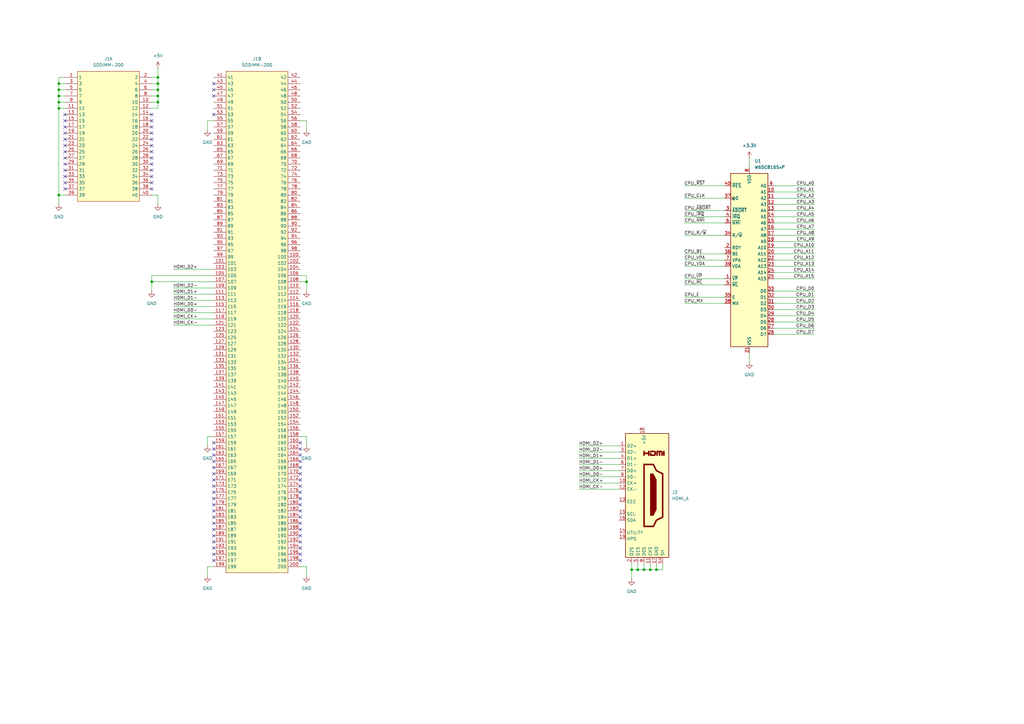
<source format=kicad_sch>
(kicad_sch (version 20250114) (generator "eeschema") (generator_version "9.0")
  (paper "A3")
  (lib_symbols
    (symbol "Connector:HDMI_A"
      (property "Reference" "J" (at -6.35 26.67 0))
      (property "Value" "HDMI_A" (at 10.16 26.67 0))
      (symbol "HDMI_A_0_0"
        (polyline (pts (xy 0 16.51) (xy 0 18.034) (xy 0 17.272) (xy 1.905 17.272) (xy 1.905 18.034) (xy 1.905 16.51)) (stroke (width 0.635)))
        (polyline (pts (xy 2.667 18.034) (xy 4.318 18.034) (xy 4.572 17.78) (xy 4.572 16.764) (xy 4.318 16.51) (xy 2.667 16.51) (xy 2.667 17.272)) (stroke (width 0.635)))
        (polyline (pts (xy 8.128 16.51) (xy 8.128 18.034)) (stroke (width 0.635)))
      )
      (symbol "HDMI_A_0_1"
        (rectangle (start -7.62 25.4) (end 10.16 -25.4) (stroke (width 0.254)) (fill (type background)))
        (polyline (pts (xy 0 12.7) (xy 0 -12.7) (xy 3.81 -12.7) (xy 5.08 -10.16) (xy 7.62 -8.89) (xy 7.62 8.89) (xy 5.08 10.16) (xy 3.81 12.7) (xy 0 12.7)) (stroke (width 0.635)))
        (polyline (pts (xy 2.54 8.89) (xy 3.81 8.89) (xy 5.08 6.35) (xy 5.08 -5.715) (xy 3.81 -8.255) (xy 2.54 -8.255) (xy 2.54 8.89)) (fill (type outline)))
        (polyline (pts (xy 5.334 16.51) (xy 5.334 18.034) (xy 6.35 18.034) (xy 6.35 16.51) (xy 6.35 18.034) (xy 7.112 18.034) (xy 7.366 17.78) (xy 7.366 16.51)) (stroke (width 0.635)))
      )
      (symbol "HDMI_A_1_1"
        (pin passive line (at -10.16 20.32 0) (length 2.54) (name "D2+") (number "1"))
        (pin passive line (at -10.16 17.78 0) (length 2.54) (name "D2-") (number "3"))
        (pin passive line (at -10.16 15.24 0) (length 2.54) (name "D1+") (number "4"))
        (pin passive line (at -10.16 12.7 0) (length 2.54) (name "D1-") (number "6"))
        (pin passive line (at -10.16 10.16 0) (length 2.54) (name "D0+") (number "7"))
        (pin passive line (at -10.16 7.62 0) (length 2.54) (name "D0-") (number "9"))
        (pin passive line (at -10.16 5.08 0) (length 2.54) (name "CK+") (number "10"))
        (pin passive line (at -10.16 2.54 0) (length 2.54) (name "CK-") (number "12"))
        (pin bidirectional line (at -10.16 -2.54 0) (length 2.54) (name "CEC") (number "13"))
        (pin passive line (at -10.16 -7.62 0) (length 2.54) (name "SCL") (number "15"))
        (pin bidirectional line (at -10.16 -10.16 0) (length 2.54) (name "SDA") (number "16"))
        (pin passive line (at -10.16 -15.24 0) (length 2.54) (name "UTILITY") (number "14"))
        (pin passive line (at -10.16 -17.78 0) (length 2.54) (name "HPD") (number "19"))
        (pin power_in line (at -5.08 -27.94 90) (length 2.54) (name "D2S") (number "2"))
        (pin power_in line (at -2.54 -27.94 90) (length 2.54) (name "D1S") (number "5"))
        (pin power_in line (at 0 27.94 270) (length 2.54) (name "+5V") (number "18"))
        (pin power_in line (at 0 -27.94 90) (length 2.54) (name "D0S") (number "8"))
        (pin power_in line (at 2.54 -27.94 90) (length 2.54) (name "CKS") (number "11"))
        (pin power_in line (at 5.08 -27.94 90) (length 2.54) (name "GND") (number "17"))
        (pin passive line (at 7.62 -27.94 90) (length 2.54) (name "SH") (number "SH"))
      )
    )
    (symbol "Connector:SODIMM-200"
      (property "Reference" "J" (at 0 1.27 0))
      (property "Value" "SODIMM-200" (at 0 -1.27 0))
      (symbol "SODIMM-200_1_1"
        (rectangle (start -12.7 25.4) (end 12.7 -27.94) (fill (type background)))
        (pin passive line (at -17.78 22.86 0) (length 5.08) (name "1") (number "1"))
        (pin passive line (at -17.78 20.32 0) (length 5.08) (name "3") (number "3"))
        (pin passive line (at -17.78 17.78 0) (length 5.08) (name "5") (number "5"))
        (pin passive line (at -17.78 15.24 0) (length 5.08) (name "7") (number "7"))
        (pin passive line (at -17.78 12.7 0) (length 5.08) (name "9") (number "9"))
        (pin passive line (at -17.78 10.16 0) (length 5.08) (name "11") (number "11"))
        (pin passive line (at -17.78 7.62 0) (length 5.08) (name "13") (number "13"))
        (pin passive line (at -17.78 5.08 0) (length 5.08) (name "15") (number "15"))
        (pin passive line (at -17.78 2.54 0) (length 5.08) (name "17") (number "17"))
        (pin passive line (at -17.78 0 0) (length 5.08) (name "19") (number "19"))
        (pin passive line (at -17.78 -2.54 0) (length 5.08) (name "21") (number "21"))
        (pin passive line (at -17.78 -5.08 0) (length 5.08) (name "23") (number "23"))
        (pin passive line (at -17.78 -7.62 0) (length 5.08) (name "25") (number "25"))
        (pin passive line (at -17.78 -10.16 0) (length 5.08) (name "27") (number "27"))
        (pin passive line (at -17.78 -12.7 0) (length 5.08) (name "29") (number "29"))
        (pin passive line (at -17.78 -15.24 0) (length 5.08) (name "31") (number "31"))
        (pin passive line (at -17.78 -17.78 0) (length 5.08) (name "33") (number "33"))
        (pin passive line (at -17.78 -20.32 0) (length 5.08) (name "35") (number "35"))
        (pin passive line (at -17.78 -22.86 0) (length 5.08) (name "37") (number "37"))
        (pin passive line (at -17.78 -25.4 0) (length 5.08) (name "39") (number "39"))
        (pin passive line (at 17.78 22.86 180) (length 5.08) (name "2") (number "2"))
        (pin passive line (at 17.78 20.32 180) (length 5.08) (name "4") (number "4"))
        (pin passive line (at 17.78 17.78 180) (length 5.08) (name "6") (number "6"))
        (pin passive line (at 17.78 15.24 180) (length 5.08) (name "8") (number "8"))
        (pin passive line (at 17.78 12.7 180) (length 5.08) (name "10") (number "10"))
        (pin passive line (at 17.78 10.16 180) (length 5.08) (name "12") (number "12"))
        (pin passive line (at 17.78 7.62 180) (length 5.08) (name "14") (number "14"))
        (pin passive line (at 17.78 5.08 180) (length 5.08) (name "16") (number "16"))
        (pin passive line (at 17.78 2.54 180) (length 5.08) (name "18") (number "18"))
        (pin passive line (at 17.78 0 180) (length 5.08) (name "20") (number "20"))
        (pin passive line (at 17.78 -2.54 180) (length 5.08) (name "22") (number "22"))
        (pin passive line (at 17.78 -5.08 180) (length 5.08) (name "24") (number "24"))
        (pin passive line (at 17.78 -7.62 180) (length 5.08) (name "26") (number "26"))
        (pin passive line (at 17.78 -10.16 180) (length 5.08) (name "28") (number "28"))
        (pin passive line (at 17.78 -12.7 180) (length 5.08) (name "30") (number "30"))
        (pin passive line (at 17.78 -15.24 180) (length 5.08) (name "32") (number "32"))
        (pin passive line (at 17.78 -17.78 180) (length 5.08) (name "34") (number "34"))
        (pin passive line (at 17.78 -20.32 180) (length 5.08) (name "36") (number "36"))
        (pin passive line (at 17.78 -22.86 180) (length 5.08) (name "38") (number "38"))
        (pin passive line (at 17.78 -25.4 180) (length 5.08) (name "40") (number "40"))
      )
      (symbol "SODIMM-200_2_1"
        (rectangle (start -12.7 -104.14) (end 12.7 101.6) (fill (type background)))
        (pin passive line (at -17.78 99.06 0) (length 5.08) (name "41") (number "41"))
        (pin passive line (at -17.78 96.52 0) (length 5.08) (name "43") (number "43"))
        (pin passive line (at -17.78 93.98 0) (length 5.08) (name "45") (number "45"))
        (pin passive line (at -17.78 91.44 0) (length 5.08) (name "47") (number "47"))
        (pin passive line (at -17.78 88.9 0) (length 5.08) (name "49") (number "49"))
        (pin passive line (at -17.78 86.36 0) (length 5.08) (name "51") (number "51"))
        (pin passive line (at -17.78 83.82 0) (length 5.08) (name "53") (number "53"))
        (pin passive line (at -17.78 81.28 0) (length 5.08) (name "55") (number "55"))
        (pin passive line (at -17.78 78.74 0) (length 5.08) (name "57") (number "57"))
        (pin passive line (at -17.78 76.2 0) (length 5.08) (name "59") (number "59"))
        (pin passive line (at -17.78 73.66 0) (length 5.08) (name "61") (number "61"))
        (pin passive line (at -17.78 71.12 0) (length 5.08) (name "63") (number "63"))
        (pin passive line (at -17.78 68.58 0) (length 5.08) (name "65") (number "65"))
        (pin passive line (at -17.78 66.04 0) (length 5.08) (name "67") (number "67"))
        (pin passive line (at -17.78 63.5 0) (length 5.08) (name "69") (number "69"))
        (pin passive line (at -17.78 60.96 0) (length 5.08) (name "71") (number "71"))
        (pin passive line (at -17.78 58.42 0) (length 5.08) (name "73") (number "73"))
        (pin passive line (at -17.78 55.88 0) (length 5.08) (name "75") (number "75"))
        (pin passive line (at -17.78 53.34 0) (length 5.08) (name "77") (number "77"))
        (pin passive line (at -17.78 50.8 0) (length 5.08) (name "79") (number "79"))
        (pin passive line (at -17.78 48.26 0) (length 5.08) (name "81") (number "81"))
        (pin passive line (at -17.78 45.72 0) (length 5.08) (name "83") (number "83"))
        (pin passive line (at -17.78 43.18 0) (length 5.08) (name "85") (number "85"))
        (pin passive line (at -17.78 40.64 0) (length 5.08) (name "87") (number "87"))
        (pin passive line (at -17.78 38.1 0) (length 5.08) (name "89") (number "89"))
        (pin passive line (at -17.78 35.56 0) (length 5.08) (name "91") (number "91"))
        (pin passive line (at -17.78 33.02 0) (length 5.08) (name "93") (number "93"))
        (pin passive line (at -17.78 30.48 0) (length 5.08) (name "95") (number "95"))
        (pin passive line (at -17.78 27.94 0) (length 5.08) (name "97") (number "97"))
        (pin passive line (at -17.78 25.4 0) (length 5.08) (name "99") (number "99"))
        (pin passive line (at -17.78 22.86 0) (length 5.08) (name "101") (number "101"))
        (pin passive line (at -17.78 20.32 0) (length 5.08) (name "103") (number "103"))
        (pin passive line (at -17.78 17.78 0) (length 5.08) (name "105") (number "105"))
        (pin passive line (at -17.78 15.24 0) (length 5.08) (name "107") (number "107"))
        (pin passive line (at -17.78 12.7 0) (length 5.08) (name "109") (number "109"))
        (pin passive line (at -17.78 10.16 0) (length 5.08) (name "111") (number "111"))
        (pin passive line (at -17.78 7.62 0) (length 5.08) (name "113") (number "113"))
        (pin passive line (at -17.78 5.08 0) (length 5.08) (name "115") (number "115"))
        (pin passive line (at -17.78 2.54 0) (length 5.08) (name "117") (number "117"))
        (pin passive line (at -17.78 0 0) (length 5.08) (name "119") (number "119"))
        (pin passive line (at -17.78 -2.54 0) (length 5.08) (name "121") (number "121"))
        (pin passive line (at -17.78 -5.08 0) (length 5.08) (name "123") (number "123"))
        (pin passive line (at -17.78 -7.62 0) (length 5.08) (name "125") (number "125"))
        (pin passive line (at -17.78 -10.16 0) (length 5.08) (name "127") (number "127"))
        (pin passive line (at -17.78 -12.7 0) (length 5.08) (name "129") (number "129"))
        (pin passive line (at -17.78 -15.24 0) (length 5.08) (name "131") (number "131"))
        (pin passive line (at -17.78 -17.78 0) (length 5.08) (name "133") (number "133"))
        (pin passive line (at -17.78 -20.32 0) (length 5.08) (name "135") (number "135"))
        (pin passive line (at -17.78 -22.86 0) (length 5.08) (name "137") (number "137"))
        (pin passive line (at -17.78 -25.4 0) (length 5.08) (name "139") (number "139"))
        (pin passive line (at -17.78 -27.94 0) (length 5.08) (name "141") (number "141"))
        (pin passive line (at -17.78 -30.48 0) (length 5.08) (name "143") (number "143"))
        (pin passive line (at -17.78 -33.02 0) (length 5.08) (name "145") (number "145"))
        (pin passive line (at -17.78 -35.56 0) (length 5.08) (name "147") (number "147"))
        (pin passive line (at -17.78 -38.1 0) (length 5.08) (name "149") (number "149"))
        (pin passive line (at -17.78 -40.64 0) (length 5.08) (name "151") (number "151"))
        (pin passive line (at -17.78 -43.18 0) (length 5.08) (name "153") (number "153"))
        (pin passive line (at -17.78 -45.72 0) (length 5.08) (name "155") (number "155"))
        (pin passive line (at -17.78 -48.26 0) (length 5.08) (name "157") (number "157"))
        (pin passive line (at -17.78 -50.8 0) (length 5.08) (name "159") (number "159"))
        (pin passive line (at -17.78 -53.34 0) (length 5.08) (name "161") (number "161"))
        (pin passive line (at -17.78 -55.88 0) (length 5.08) (name "163") (number "163"))
        (pin passive line (at -17.78 -58.42 0) (length 5.08) (name "165") (number "165"))
        (pin passive line (at -17.78 -60.96 0) (length 5.08) (name "167") (number "167"))
        (pin passive line (at -17.78 -63.5 0) (length 5.08) (name "169") (number "169"))
        (pin passive line (at -17.78 -66.04 0) (length 5.08) (name "171") (number "171"))
        (pin passive line (at -17.78 -68.58 0) (length 5.08) (name "173") (number "173"))
        (pin passive line (at -17.78 -71.12 0) (length 5.08) (name "175") (number "175"))
        (pin passive line (at -17.78 -73.66 0) (length 5.08) (name "177") (number "177"))
        (pin passive line (at -17.78 -76.2 0) (length 5.08) (name "179") (number "179"))
        (pin passive line (at -17.78 -78.74 0) (length 5.08) (name "181") (number "181"))
        (pin passive line (at -17.78 -81.28 0) (length 5.08) (name "183") (number "183"))
        (pin passive line (at -17.78 -83.82 0) (length 5.08) (name "185") (number "185"))
        (pin passive line (at -17.78 -86.36 0) (length 5.08) (name "187") (number "187"))
        (pin passive line (at -17.78 -88.9 0) (length 5.08) (name "189") (number "189"))
        (pin passive line (at -17.78 -91.44 0) (length 5.08) (name "191") (number "191"))
        (pin passive line (at -17.78 -93.98 0) (length 5.08) (name "193") (number "193"))
        (pin passive line (at -17.78 -96.52 0) (length 5.08) (name "195") (number "195"))
        (pin passive line (at -17.78 -99.06 0) (length 5.08) (name "197") (number "197"))
        (pin passive line (at -17.78 -101.6 0) (length 5.08) (name "199") (number "199"))
        (pin passive line (at 17.78 99.06 180) (length 5.08) (name "42") (number "42"))
        (pin passive line (at 17.78 96.52 180) (length 5.08) (name "44") (number "44"))
        (pin passive line (at 17.78 93.98 180) (length 5.08) (name "46") (number "46"))
        (pin passive line (at 17.78 91.44 180) (length 5.08) (name "48") (number "48"))
        (pin passive line (at 17.78 88.9 180) (length 5.08) (name "50") (number "50"))
        (pin passive line (at 17.78 86.36 180) (length 5.08) (name "52") (number "52"))
        (pin passive line (at 17.78 83.82 180) (length 5.08) (name "54") (number "54"))
        (pin passive line (at 17.78 81.28 180) (length 5.08) (name "56") (number "56"))
        (pin passive line (at 17.78 78.74 180) (length 5.08) (name "58") (number "58"))
        (pin passive line (at 17.78 76.2 180) (length 5.08) (name "60") (number "60"))
        (pin passive line (at 17.78 73.66 180) (length 5.08) (name "62") (number "62"))
        (pin passive line (at 17.78 71.12 180) (length 5.08) (name "64") (number "64"))
        (pin passive line (at 17.78 68.58 180) (length 5.08) (name "66") (number "66"))
        (pin passive line (at 17.78 66.04 180) (length 5.08) (name "68") (number "68"))
        (pin passive line (at 17.78 63.5 180) (length 5.08) (name "70") (number "70"))
        (pin passive line (at 17.78 60.96 180) (length 5.08) (name "72") (number "72"))
        (pin passive line (at 17.78 58.42 180) (length 5.08) (name "74") (number "74"))
        (pin passive line (at 17.78 55.88 180) (length 5.08) (name "76") (number "76"))
        (pin passive line (at 17.78 53.34 180) (length 5.08) (name "78") (number "78"))
        (pin passive line (at 17.78 50.8 180) (length 5.08) (name "80") (number "80"))
        (pin passive line (at 17.78 48.26 180) (length 5.08) (name "82") (number "82"))
        (pin passive line (at 17.78 45.72 180) (length 5.08) (name "84") (number "84"))
        (pin passive line (at 17.78 43.18 180) (length 5.08) (name "86") (number "86"))
        (pin passive line (at 17.78 40.64 180) (length 5.08) (name "88") (number "88"))
        (pin passive line (at 17.78 38.1 180) (length 5.08) (name "90") (number "90"))
        (pin passive line (at 17.78 35.56 180) (length 5.08) (name "92") (number "92"))
        (pin passive line (at 17.78 33.02 180) (length 5.08) (name "94") (number "94"))
        (pin passive line (at 17.78 30.48 180) (length 5.08) (name "96") (number "96"))
        (pin passive line (at 17.78 27.94 180) (length 5.08) (name "98") (number "98"))
        (pin passive line (at 17.78 25.4 180) (length 5.08) (name "100") (number "100"))
        (pin passive line (at 17.78 22.86 180) (length 5.08) (name "102") (number "102"))
        (pin passive line (at 17.78 20.32 180) (length 5.08) (name "104") (number "104"))
        (pin passive line (at 17.78 17.78 180) (length 5.08) (name "106") (number "106"))
        (pin passive line (at 17.78 15.24 180) (length 5.08) (name "108") (number "108"))
        (pin passive line (at 17.78 12.7 180) (length 5.08) (name "110") (number "110"))
        (pin passive line (at 17.78 10.16 180) (length 5.08) (name "112") (number "112"))
        (pin passive line (at 17.78 7.62 180) (length 5.08) (name "114") (number "114"))
        (pin passive line (at 17.78 5.08 180) (length 5.08) (name "116") (number "116"))
        (pin passive line (at 17.78 2.54 180) (length 5.08) (name "118") (number "118"))
        (pin passive line (at 17.78 0 180) (length 5.08) (name "120") (number "120"))
        (pin passive line (at 17.78 -2.54 180) (length 5.08) (name "122") (number "122"))
        (pin passive line (at 17.78 -5.08 180) (length 5.08) (name "124") (number "124"))
        (pin passive line (at 17.78 -7.62 180) (length 5.08) (name "126") (number "126"))
        (pin passive line (at 17.78 -10.16 180) (length 5.08) (name "128") (number "128"))
        (pin passive line (at 17.78 -12.7 180) (length 5.08) (name "130") (number "130"))
        (pin passive line (at 17.78 -15.24 180) (length 5.08) (name "132") (number "132"))
        (pin passive line (at 17.78 -17.78 180) (length 5.08) (name "134") (number "134"))
        (pin passive line (at 17.78 -20.32 180) (length 5.08) (name "136") (number "136"))
        (pin passive line (at 17.78 -22.86 180) (length 5.08) (name "138") (number "138"))
        (pin passive line (at 17.78 -25.4 180) (length 5.08) (name "140") (number "140"))
        (pin passive line (at 17.78 -27.94 180) (length 5.08) (name "142") (number "142"))
        (pin passive line (at 17.78 -30.48 180) (length 5.08) (name "144") (number "144"))
        (pin passive line (at 17.78 -33.02 180) (length 5.08) (name "146") (number "146"))
        (pin passive line (at 17.78 -35.56 180) (length 5.08) (name "148") (number "148"))
        (pin passive line (at 17.78 -38.1 180) (length 5.08) (name "150") (number "150"))
        (pin passive line (at 17.78 -40.64 180) (length 5.08) (name "152") (number "152"))
        (pin passive line (at 17.78 -43.18 180) (length 5.08) (name "154") (number "154"))
        (pin passive line (at 17.78 -45.72 180) (length 5.08) (name "156") (number "156"))
        (pin passive line (at 17.78 -48.26 180) (length 5.08) (name "158") (number "158"))
        (pin passive line (at 17.78 -50.8 180) (length 5.08) (name "160") (number "160"))
        (pin passive line (at 17.78 -53.34 180) (length 5.08) (name "162") (number "162"))
        (pin passive line (at 17.78 -55.88 180) (length 5.08) (name "164") (number "164"))
        (pin passive line (at 17.78 -58.42 180) (length 5.08) (name "166") (number "166"))
        (pin passive line (at 17.78 -60.96 180) (length 5.08) (name "168") (number "168"))
        (pin passive line (at 17.78 -63.5 180) (length 5.08) (name "170") (number "170"))
        (pin passive line (at 17.78 -66.04 180) (length 5.08) (name "172") (number "172"))
        (pin passive line (at 17.78 -68.58 180) (length 5.08) (name "174") (number "174"))
        (pin passive line (at 17.78 -71.12 180) (length 5.08) (name "176") (number "176"))
        (pin passive line (at 17.78 -73.66 180) (length 5.08) (name "178") (number "178"))
        (pin passive line (at 17.78 -76.2 180) (length 5.08) (name "180") (number "180"))
        (pin passive line (at 17.78 -78.74 180) (length 5.08) (name "182") (number "182"))
        (pin passive line (at 17.78 -81.28 180) (length 5.08) (name "184") (number "184"))
        (pin passive line (at 17.78 -83.82 180) (length 5.08) (name "186") (number "186"))
        (pin passive line (at 17.78 -86.36 180) (length 5.08) (name "188") (number "188"))
        (pin passive line (at 17.78 -88.9 180) (length 5.08) (name "190") (number "190"))
        (pin passive line (at 17.78 -91.44 180) (length 5.08) (name "192") (number "192"))
        (pin passive line (at 17.78 -93.98 180) (length 5.08) (name "194") (number "194"))
        (pin passive line (at 17.78 -96.52 180) (length 5.08) (name "196") (number "196"))
        (pin passive line (at 17.78 -99.06 180) (length 5.08) (name "198") (number "198"))
        (pin passive line (at 17.78 -101.6 180) (length 5.08) (name "200") (number "200"))
      )
    )
    (symbol "PCM_65xx-library:W65C816SxP"
      (property "Reference" "U" (at 2.54 40.64 0))
      (property "Value" "W65C816SxP" (at 2.54 38.1 0))
      (symbol "W65C816SxP_0_1"
        (rectangle (start -7.62 35.56) (end 7.62 -35.56) (stroke (width 0.254)) (fill (type background)))
      )
      (symbol "W65C816SxP_1_1"
        (pin input line (at -10.16 30.48 0) (length 2.54) (name "~{RES}") (number "40"))
        (pin input clock (at -10.16 25.4 0) (length 2.54) (name "ϕ0") (number "37"))
        (pin input line (at -10.16 20.32 0) (length 2.54) (name "~{ABORT}") (number "3"))
        (pin input line (at -10.16 17.78 0) (length 2.54) (name "~{IRQ}") (number "4"))
        (pin input line (at -10.16 15.24 0) (length 2.54) (name "~{NMI}") (number "6"))
        (pin tri_state line (at -10.16 10.16 0) (length 2.54) (name "R/~{W}") (number "34"))
        (pin open_collector line (at -10.16 5.08 0) (length 2.54) (name "RDY") (number "2"))
        (pin input line (at -10.16 2.54 0) (length 2.54) (name "BE") (number "36"))
        (pin output line (at -10.16 0 0) (length 2.54) (name "VPA") (number "7"))
        (pin output line (at -10.16 -2.54 0) (length 2.54) (name "VDA") (number "39"))
        (pin output line (at -10.16 -7.62 0) (length 2.54) (name "~{VP}") (number "1"))
        (pin output line (at -10.16 -10.16 0) (length 2.54) (name "~{ML}") (number "5"))
        (pin output line (at -10.16 -15.24 0) (length 2.54) (name "E") (number "35"))
        (pin output line (at -10.16 -17.78 0) (length 2.54) (name "MX") (number "38"))
        (pin power_in line (at 0 38.1 270) (length 2.54) (name "VDD") (number "8"))
        (pin power_in line (at 0 -38.1 90) (length 2.54) (name "VSS") (number "21"))
        (pin tri_state line (at 10.16 30.48 180) (length 2.54) (name "A0") (number "9"))
        (pin tri_state line (at 10.16 27.94 180) (length 2.54) (name "A1") (number "10"))
        (pin tri_state line (at 10.16 25.4 180) (length 2.54) (name "A2") (number "11"))
        (pin tri_state line (at 10.16 22.86 180) (length 2.54) (name "A3") (number "12"))
        (pin tri_state line (at 10.16 20.32 180) (length 2.54) (name "A4") (number "13"))
        (pin tri_state line (at 10.16 17.78 180) (length 2.54) (name "A5") (number "14"))
        (pin tri_state line (at 10.16 15.24 180) (length 2.54) (name "A6") (number "15"))
        (pin tri_state line (at 10.16 12.7 180) (length 2.54) (name "A7") (number "16"))
        (pin tri_state line (at 10.16 10.16 180) (length 2.54) (name "A8") (number "17"))
        (pin tri_state line (at 10.16 7.62 180) (length 2.54) (name "A9") (number "18"))
        (pin tri_state line (at 10.16 5.08 180) (length 2.54) (name "A10") (number "19"))
        (pin tri_state line (at 10.16 2.54 180) (length 2.54) (name "A11") (number "20"))
        (pin tri_state line (at 10.16 0 180) (length 2.54) (name "A12") (number "22"))
        (pin tri_state line (at 10.16 -2.54 180) (length 2.54) (name "A13") (number "23"))
        (pin tri_state line (at 10.16 -5.08 180) (length 2.54) (name "A14") (number "24"))
        (pin tri_state line (at 10.16 -7.62 180) (length 2.54) (name "A15") (number "25"))
        (pin bidirectional line (at 10.16 -12.7 180) (length 2.54) (name "D0") (number "33"))
        (pin bidirectional line (at 10.16 -15.24 180) (length 2.54) (name "D1") (number "32"))
        (pin bidirectional line (at 10.16 -17.78 180) (length 2.54) (name "D2") (number "31"))
        (pin bidirectional line (at 10.16 -20.32 180) (length 2.54) (name "D3") (number "30"))
        (pin bidirectional line (at 10.16 -22.86 180) (length 2.54) (name "D4") (number "29"))
        (pin bidirectional line (at 10.16 -25.4 180) (length 2.54) (name "D5") (number "28"))
        (pin bidirectional line (at 10.16 -27.94 180) (length 2.54) (name "D6") (number "27"))
        (pin bidirectional line (at 10.16 -30.48 180) (length 2.54) (name "D7") (number "26"))
      )
    )
    (symbol "power:+3.3V" (power) (pin_numbers (hide yes)) (pin_names (offset 0) (hide yes))
      (property "Value" "+3.3V" (at 0 3.556 0))
      (symbol "+3.3V_0_1"
        (polyline (pts (xy -0.762 1.27) (xy 0 2.54)))
        (polyline (pts (xy 0 2.54) (xy 0.762 1.27)))
        (polyline (pts (xy 0 0) (xy 0 2.54)))
      )
      (symbol "+3.3V_1_1"
        (pin power_in line (at 0 0 90) (length 0) (name "~") (number "1"))
      )
    )
    (symbol "power:+5V" (power) (pin_numbers (hide yes)) (pin_names (offset 0) (hide yes))
      (property "Value" "+5V" (at 0 3.556 0))
      (symbol "+5V_0_1"
        (polyline (pts (xy -0.762 1.27) (xy 0 2.54)))
        (polyline (pts (xy 0 2.54) (xy 0.762 1.27)))
        (polyline (pts (xy 0 0) (xy 0 2.54)))
      )
      (symbol "+5V_1_1"
        (pin power_in line (at 0 0 90) (length 0) (name "~") (number "1"))
      )
    )
    (symbol "power:GND" (power) (pin_numbers (hide yes)) (pin_names (offset 0) (hide yes))
      (property "Value" "GND" (at 0 -3.81 0))
      (symbol "GND_0_1"
        (polyline (pts (xy 0 0) (xy 0 -1.27) (xy 1.27 -1.27) (xy 0 -2.54) (xy -1.27 -1.27) (xy 0 -1.27)))
      )
      (symbol "GND_1_1"
        (pin power_in line (at 0 0 270) (length 0) (name "~") (number "1"))
      )
    )
  )
  (junction (at 24.13 34.29))
  (junction (at 259.08 233.68))
  (junction (at 64.77 34.29))
  (junction (at 24.13 44.45))
  (junction (at 64.77 31.75))
  (junction (at 269.24 233.68))
  (junction (at 62.23 115.57))
  (junction (at 266.7 233.68))
  (junction (at 24.13 36.83))
  (junction (at 24.13 39.37))
  (junction (at 24.13 80.01))
  (junction (at 64.77 36.83))
  (junction (at 24.13 41.91))
  (junction (at 264.16 233.68))
  (junction (at 64.77 41.91))
  (junction (at 125.73 115.57))
  (junction (at 261.62 233.68))
  (junction (at 64.77 39.37))
  (no_connect (at 87.63 186.69))
  (no_connect (at 87.63 39.37))
  (no_connect (at 123.19 186.69))
  (no_connect (at 123.19 199.39))
  (no_connect (at 87.63 194.31))
  (no_connect (at 123.19 204.47))
  (no_connect (at 87.63 199.39))
  (no_connect (at 87.63 204.47))
  (no_connect (at 26.67 67.31))
  (no_connect (at 62.23 69.85))
  (no_connect (at 87.63 227.33))
  (no_connect (at 123.19 191.77))
  (no_connect (at 62.23 54.61))
  (no_connect (at 26.67 52.07))
  (no_connect (at 87.63 201.93))
  (no_connect (at 62.23 77.47))
  (no_connect (at 123.19 196.85))
  (no_connect (at 62.23 72.39))
  (no_connect (at 123.19 181.61))
  (no_connect (at 123.19 189.23))
  (no_connect (at 62.23 57.15))
  (no_connect (at 87.63 184.15))
  (no_connect (at 87.63 196.85))
  (no_connect (at 26.67 74.93))
  (no_connect (at 123.19 214.63))
  (no_connect (at 123.19 212.09))
  (no_connect (at 123.19 217.17))
  (no_connect (at 62.23 62.23))
  (no_connect (at 87.63 212.09))
  (no_connect (at 87.63 219.71))
  (no_connect (at 26.67 57.15))
  (no_connect (at 62.23 67.31))
  (no_connect (at 26.67 72.39))
  (no_connect (at 62.23 59.69))
  (no_connect (at 87.63 189.23))
  (no_connect (at 62.23 46.99))
  (no_connect (at 26.67 59.69))
  (no_connect (at 123.19 201.93))
  (no_connect (at 26.67 64.77))
  (no_connect (at 26.67 69.85))
  (no_connect (at 87.63 191.77))
  (no_connect (at 123.19 224.79))
  (no_connect (at 123.19 227.33))
  (no_connect (at 123.19 184.15))
  (no_connect (at 87.63 207.01))
  (no_connect (at 87.63 217.17))
  (no_connect (at 123.19 219.71))
  (no_connect (at 26.67 54.61))
  (no_connect (at 87.63 209.55))
  (no_connect (at 123.19 207.01))
  (no_connect (at 87.63 181.61))
  (no_connect (at 87.63 229.87))
  (no_connect (at 87.63 214.63))
  (no_connect (at 62.23 52.07))
  (no_connect (at 87.63 224.79))
  (no_connect (at 123.19 209.55))
  (no_connect (at 123.19 222.25))
  (no_connect (at 87.63 36.83))
  (no_connect (at 62.23 64.77))
  (no_connect (at 87.63 34.29))
  (no_connect (at 123.19 194.31))
  (no_connect (at 26.67 49.53))
  (no_connect (at 87.63 222.25))
  (no_connect (at 62.23 74.93))
  (no_connect (at 26.67 77.47))
  (no_connect (at 26.67 46.99))
  (no_connect (at 62.23 49.53))
  (no_connect (at 26.67 62.23))
  (no_connect (at 87.63 46.99))
  (no_connect (at 123.19 229.87))
  (wire (pts (xy 266.7 233.68) (xy 269.24 233.68)))
  (wire (pts (xy 64.77 36.83) (xy 62.23 36.83)))
  (wire (pts (xy 24.13 41.91) (xy 26.67 41.91)))
  (wire (pts (xy 259.08 231.14) (xy 259.08 233.68)))
  (wire (pts (xy 85.09 179.07) (xy 85.09 182.88)))
  (wire (pts (xy 71.12 128.27) (xy 87.63 128.27)))
  (wire (pts (xy 237.49 198.12) (xy 254 198.12)))
  (wire (pts (xy 280.67 91.44) (xy 297.18 91.44)))
  (wire (pts (xy 317.5 121.92) (xy 334.01 121.92)))
  (wire (pts (xy 264.16 233.68) (xy 266.7 233.68)))
  (wire (pts (xy 64.77 34.29) (xy 64.77 36.83)))
  (wire (pts (xy 237.49 195.58) (xy 254 195.58)))
  (wire (pts (xy 24.13 36.83) (xy 26.67 36.83)))
  (wire (pts (xy 280.67 81.28) (xy 297.18 81.28)))
  (wire (pts (xy 307.34 144.78) (xy 307.34 148.59)))
  (wire (pts (xy 64.77 31.75) (xy 64.77 34.29)))
  (wire (pts (xy 62.23 113.03) (xy 62.23 115.57)))
  (wire (pts (xy 280.67 109.22) (xy 297.18 109.22)))
  (wire (pts (xy 125.73 115.57) (xy 123.19 115.57)))
  (wire (pts (xy 317.5 134.62) (xy 334.01 134.62)))
  (wire (pts (xy 280.67 124.46) (xy 297.18 124.46)))
  (wire (pts (xy 317.5 99.06) (xy 334.01 99.06)))
  (wire (pts (xy 271.78 231.14) (xy 271.78 233.68)))
  (wire (pts (xy 280.67 76.2) (xy 297.18 76.2)))
  (wire (pts (xy 24.13 34.29) (xy 24.13 36.83)))
  (wire (pts (xy 237.49 200.66) (xy 254 200.66)))
  (wire (pts (xy 125.73 232.41) (xy 123.19 232.41)))
  (wire (pts (xy 24.13 80.01) (xy 24.13 83.82)))
  (wire (pts (xy 317.5 132.08) (xy 334.01 132.08)))
  (wire (pts (xy 280.67 96.52) (xy 297.18 96.52)))
  (wire (pts (xy 123.19 113.03) (xy 125.73 113.03)))
  (wire (pts (xy 280.67 106.68) (xy 297.18 106.68)))
  (wire (pts (xy 259.08 233.68) (xy 261.62 233.68)))
  (wire (pts (xy 64.77 34.29) (xy 62.23 34.29)))
  (wire (pts (xy 85.09 179.07) (xy 87.63 179.07)))
  (wire (pts (xy 24.13 80.01) (xy 26.67 80.01)))
  (wire (pts (xy 62.23 115.57) (xy 62.23 119.38)))
  (wire (pts (xy 317.5 76.2) (xy 334.01 76.2)))
  (wire (pts (xy 269.24 231.14) (xy 269.24 233.68)))
  (wire (pts (xy 317.5 93.98) (xy 334.01 93.98)))
  (wire (pts (xy 317.5 104.14) (xy 334.01 104.14)))
  (wire (pts (xy 317.5 129.54) (xy 334.01 129.54)))
  (wire (pts (xy 317.5 109.22) (xy 334.01 109.22)))
  (wire (pts (xy 85.09 49.53) (xy 87.63 49.53)))
  (wire (pts (xy 317.5 106.68) (xy 334.01 106.68)))
  (wire (pts (xy 280.67 121.92) (xy 297.18 121.92)))
  (wire (pts (xy 317.5 111.76) (xy 334.01 111.76)))
  (wire (pts (xy 24.13 39.37) (xy 24.13 41.91)))
  (wire (pts (xy 71.12 133.35) (xy 87.63 133.35)))
  (wire (pts (xy 24.13 44.45) (xy 24.13 80.01)))
  (wire (pts (xy 85.09 232.41) (xy 87.63 232.41)))
  (wire (pts (xy 71.12 130.81) (xy 87.63 130.81)))
  (wire (pts (xy 125.73 232.41) (xy 125.73 236.22)))
  (wire (pts (xy 62.23 113.03) (xy 87.63 113.03)))
  (wire (pts (xy 125.73 49.53) (xy 123.19 49.53)))
  (wire (pts (xy 280.67 116.84) (xy 297.18 116.84)))
  (wire (pts (xy 317.5 124.46) (xy 334.01 124.46)))
  (wire (pts (xy 125.73 115.57) (xy 125.73 119.38)))
  (wire (pts (xy 64.77 41.91) (xy 64.77 44.45)))
  (wire (pts (xy 317.5 78.74) (xy 334.01 78.74)))
  (wire (pts (xy 71.12 118.11) (xy 87.63 118.11)))
  (wire (pts (xy 280.67 104.14) (xy 297.18 104.14)))
  (wire (pts (xy 280.67 88.9) (xy 297.18 88.9)))
  (wire (pts (xy 71.12 120.65) (xy 87.63 120.65)))
  (wire (pts (xy 280.67 114.3) (xy 297.18 114.3)))
  (wire (pts (xy 307.34 68.58) (xy 307.34 64.77)))
  (wire (pts (xy 317.5 114.3) (xy 334.01 114.3)))
  (wire (pts (xy 64.77 36.83) (xy 64.77 39.37)))
  (wire (pts (xy 125.73 113.03) (xy 125.73 115.57)))
  (wire (pts (xy 125.73 179.07) (xy 125.73 182.88)))
  (wire (pts (xy 317.5 81.28) (xy 334.01 81.28)))
  (wire (pts (xy 24.13 36.83) (xy 24.13 39.37)))
  (wire (pts (xy 62.23 115.57) (xy 87.63 115.57)))
  (wire (pts (xy 24.13 41.91) (xy 24.13 44.45)))
  (wire (pts (xy 125.73 179.07) (xy 123.19 179.07)))
  (wire (pts (xy 64.77 80.01) (xy 62.23 80.01)))
  (wire (pts (xy 280.67 86.36) (xy 297.18 86.36)))
  (wire (pts (xy 317.5 101.6) (xy 334.01 101.6)))
  (wire (pts (xy 317.5 88.9) (xy 334.01 88.9)))
  (wire (pts (xy 24.13 31.75) (xy 24.13 34.29)))
  (wire (pts (xy 24.13 44.45) (xy 26.67 44.45)))
  (wire (pts (xy 64.77 80.01) (xy 64.77 83.82)))
  (wire (pts (xy 261.62 231.14) (xy 261.62 233.68)))
  (wire (pts (xy 85.09 49.53) (xy 85.09 53.34)))
  (wire (pts (xy 71.12 123.19) (xy 87.63 123.19)))
  (wire (pts (xy 317.5 137.16) (xy 334.01 137.16)))
  (wire (pts (xy 317.5 86.36) (xy 334.01 86.36)))
  (wire (pts (xy 64.77 39.37) (xy 64.77 41.91)))
  (wire (pts (xy 64.77 27.94) (xy 64.77 31.75)))
  (wire (pts (xy 261.62 233.68) (xy 264.16 233.68)))
  (wire (pts (xy 64.77 39.37) (xy 62.23 39.37)))
  (wire (pts (xy 237.49 190.5) (xy 254 190.5)))
  (wire (pts (xy 24.13 34.29) (xy 26.67 34.29)))
  (wire (pts (xy 62.23 31.75) (xy 64.77 31.75)))
  (wire (pts (xy 317.5 91.44) (xy 334.01 91.44)))
  (wire (pts (xy 259.08 233.68) (xy 259.08 237.49)))
  (wire (pts (xy 85.09 232.41) (xy 85.09 236.22)))
  (wire (pts (xy 266.7 231.14) (xy 266.7 233.68)))
  (wire (pts (xy 26.67 31.75) (xy 24.13 31.75)))
  (wire (pts (xy 71.12 125.73) (xy 87.63 125.73)))
  (wire (pts (xy 317.5 119.38) (xy 334.01 119.38)))
  (wire (pts (xy 237.49 182.88) (xy 254 182.88)))
  (wire (pts (xy 24.13 39.37) (xy 26.67 39.37)))
  (wire (pts (xy 64.77 41.91) (xy 62.23 41.91)))
  (wire (pts (xy 264.16 231.14) (xy 264.16 233.68)))
  (wire (pts (xy 237.49 193.04) (xy 254 193.04)))
  (wire (pts (xy 317.5 83.82) (xy 334.01 83.82)))
  (wire (pts (xy 269.24 233.68) (xy 271.78 233.68)))
  (wire (pts (xy 64.77 44.45) (xy 62.23 44.45)))
  (wire (pts (xy 317.5 96.52) (xy 334.01 96.52)))
  (wire (pts (xy 125.73 49.53) (xy 125.73 53.34)))
  (wire (pts (xy 237.49 185.42) (xy 254 185.42)))
  (wire (pts (xy 317.5 127) (xy 334.01 127)))
  (wire (pts (xy 71.12 110.49) (xy 87.63 110.49)))
  (wire (pts (xy 237.49 187.96) (xy 254 187.96)))
  (label "CPU_D4" (at 334.01 129.54 180))
  (label "CPU_A3" (at 334.01 83.82 180))
  (label "CPU_A9" (at 334.01 99.06 180))
  (label "CPU_A14" (at 334.01 111.76 180))
  (label "CPU_D7" (at 334.01 137.16 180))
  (label "HDMI_CK-" (at 71.12 133.35 0))
  (label "CPU_~{VP}" (at 280.67 114.3 0))
  (label "CPU_D6" (at 334.01 134.62 180))
  (label "CPU_CLK" (at 280.67 81.28 0))
  (label "HDMI_D2-" (at 71.12 118.11 0))
  (label "CPU_~{RST}" (at 280.67 76.2 0))
  (label "CPU_A5" (at 334.01 88.9 180))
  (label "HDMI_CK-" (at 237.49 200.66 0))
  (label "CPU_D1" (at 334.01 121.92 180))
  (label "CPU_VDA" (at 280.67 109.22 0))
  (label "HDMI_D0-" (at 71.12 128.27 0))
  (label "CPU_A0" (at 334.01 76.2 180))
  (label "CPU_R{slash}~{W}" (at 280.67 96.52 0))
  (label "CPU_A12" (at 334.01 106.68 180))
  (label "HDMI_D1-" (at 237.49 190.5 0))
  (label "CPU_BE" (at 280.67 104.14 0))
  (label "CPU_A4" (at 334.01 86.36 180))
  (label "CPU_A13" (at 334.01 109.22 180))
  (label "CPU_A11" (at 334.01 104.14 180))
  (label "HDMI_D2+" (at 71.12 110.49 0))
  (label "HDMI_D0-" (at 237.49 195.58 0))
  (label "HDMI_D2+" (at 237.49 182.88 0))
  (label "CPU_D0" (at 334.01 119.38 180))
  (label "HDMI_D0+" (at 71.12 125.73 0))
  (label "CPU_~{IRQ}" (at 280.67 88.9 0))
  (label "CPU_A6" (at 334.01 91.44 180))
  (label "CPU_D2" (at 334.01 124.46 180))
  (label "HDMI_D1+" (at 237.49 187.96 0))
  (label "CPU_~{NMI}" (at 280.67 91.44 0))
  (label "HDMI_D1-" (at 71.12 123.19 0))
  (label "CPU_A7" (at 334.01 93.98 180))
  (label "CPU_A1" (at 334.01 78.74 180))
  (label "CPU_~{ABORT}" (at 280.67 86.36 0))
  (label "CPU_MX" (at 280.67 124.46 0))
  (label "HDMI_D1+" (at 71.12 120.65 0))
  (label "CPU_A8" (at 334.01 96.52 180))
  (label "CPU_A10" (at 334.01 101.6 180))
  (label "CPU_D3" (at 334.01 127 180))
  (label "CPU_~{ML}" (at 280.67 116.84 0))
  (label "CPU_D5" (at 334.01 132.08 180))
  (label "CPU_E" (at 280.67 121.92 0))
  (label "HDMI_D2-" (at 237.49 185.42 0))
  (label "HDMI_CK+" (at 237.49 198.12 0))
  (label "CPU_A15" (at 334.01 114.3 180))
  (label "HDMI_CK+" (at 71.12 130.81 0))
  (label "HDMI_D0+" (at 237.49 193.04 0))
  (label "CPU_VPA" (at 280.67 106.68 0))
  (label "CPU_A2" (at 334.01 81.28 180))
  (symbol (lib_id "Connector:SODIMM-200") (at 44.45 54.61 0) (unit 1)
    (property "Reference" "J1" (at 44.45 24.13 0))
    (property "Value" "SODIMM-200" (at 44.45 26.67 0))
    (property "Footprint" "components:TE_1473005-1_2x100_P0.6mm_Horizontal" (effects (hide yes)))
    (property "Description" "SODIMM 200 Pin socket" (effects (hide yes)))
  )
  (symbol (lib_id "power:GND") (at 125.73 182.88 0) (mirror y) (unit 1)
    (property "Reference" "#PWR07" (effects (hide yes)))
    (property "Value" "GND" (at 125.73 187.96 0))
    (property "Description" "Power symbol creates a global label with name \"GND\" , ground" (effects (hide yes)))
  )
  (symbol (lib_id "power:GND") (at 125.73 236.22 0) (mirror y) (unit 1)
    (property "Reference" "#PWR05" (effects (hide yes)))
    (property "Value" "GND" (at 125.73 241.3 0))
    (property "Description" "Power symbol creates a global label with name \"GND\" , ground" (effects (hide yes)))
  )
  (symbol (lib_id "power:GND") (at 64.77 83.82 0) (mirror y) (unit 1)
    (property "Reference" "#PWR02" (effects (hide yes)))
    (property "Value" "GND" (at 64.77 88.9 0))
    (property "Description" "Power symbol creates a global label with name \"GND\" , ground" (effects (hide yes)))
  )
  (symbol (lib_id "power:GND") (at 125.73 119.38 0) (mirror y) (unit 1)
    (property "Reference" "#PWR09" (effects (hide yes)))
    (property "Value" "GND" (at 125.73 124.46 0))
    (property "Description" "Power symbol creates a global label with name \"GND\" , ground" (effects (hide yes)))
  )
  (symbol (lib_id "power:GND") (at 307.34 148.59 0) (mirror y) (unit 1)
    (property "Reference" "#PWR012" (effects (hide yes)))
    (property "Value" "GND" (at 307.34 153.67 0))
    (property "Description" "Power symbol creates a global label with name \"GND\" , ground" (effects (hide yes)))
  )
  (symbol (lib_id "PCM_65xx-library:W65C816SxP") (at 307.34 106.68 0) (unit 1)
    (property "Reference" "U1" (at 309.4833 66.04 0) (effects (justify left)))
    (property "Value" "W65C816SxP" (at 309.4833 68.58 0) (effects (justify left)))
    (property "Footprint" "Package_DIP:DIP-40_W15.24mm_Socket" (effects (hide yes)))
    (property "Datasheet" "http://www.westerndesigncenter.com/wdc/documentation/w65c816s.pdf" (effects (hide yes)))
    (property "Description" "8/16-bit CMOS General Purpose Microprocessor, DIP-40" (effects (hide yes)))
  )
  (symbol (lib_id "Connector:SODIMM-200") (at 105.41 130.81 0) (unit 2)
    (property "Reference" "J1" (at 105.41 24.13 0))
    (property "Value" "SODIMM-200" (at 105.41 26.67 0))
    (property "Footprint" "components:TE_1473005-1_2x100_P0.6mm_Horizontal" (effects (hide yes)))
    (property "Description" "SODIMM 200 Pin socket" (effects (hide yes)))
  )
  (symbol (lib_id "Connector:HDMI_A") (at 264.16 203.2 0) (unit 1)
    (property "Reference" "J2" (at 275.59 201.9299 0) (effects (justify left)))
    (property "Value" "HDMI_A" (at 275.59 204.4699 0) (effects (justify left)))
    (property "Footprint" "Connector_Video:HDMI_A_Amphenol_10029449-x01xLF_Horizontal" (effects (hide yes)))
    (property "Datasheet" "https://en.wikipedia.org/wiki/HDMI" (effects (hide yes)))
    (property "Description" "HDMI type A connector" (effects (hide yes)))
  )
  (symbol (lib_id "power:+3.3V") (at 307.34 64.77 0) (unit 1)
    (property "Reference" "#PWR014" (effects (hide yes)))
    (property "Value" "+3.3V" (at 307.34 59.69 0))
    (property "Description" "Power symbol creates a global label with name \"+3.3V\"" (effects (hide yes)))
  )
  (symbol (lib_id "power:GND") (at 85.09 53.34 0) (unit 1)
    (property "Reference" "#PWR010" (effects (hide yes)))
    (property "Value" "GND" (at 85.09 58.42 0))
    (property "Description" "Power symbol creates a global label with name \"GND\" , ground" (effects (hide yes)))
  )
  (symbol (lib_id "power:GND") (at 85.09 182.88 0) (unit 1)
    (property "Reference" "#PWR06" (effects (hide yes)))
    (property "Value" "GND" (at 85.09 187.96 0))
    (property "Description" "Power symbol creates a global label with name \"GND\" , ground" (effects (hide yes)))
  )
  (symbol (lib_id "power:GND") (at 62.23 119.38 0) (unit 1)
    (property "Reference" "#PWR08" (effects (hide yes)))
    (property "Value" "GND" (at 62.23 124.46 0))
    (property "Description" "Power symbol creates a global label with name \"GND\" , ground" (effects (hide yes)))
  )
  (symbol (lib_id "power:GND") (at 85.09 236.22 0) (unit 1)
    (property "Reference" "#PWR04" (effects (hide yes)))
    (property "Value" "GND" (at 85.09 241.3 0))
    (property "Description" "Power symbol creates a global label with name \"GND\" , ground" (effects (hide yes)))
  )
  (symbol (lib_id "power:+5V") (at 64.77 27.94 0) (unit 1)
    (property "Reference" "#PWR03" (effects (hide yes)))
    (property "Value" "+5V" (at 64.77 22.86 0))
    (property "Description" "Power symbol creates a global label with name \"+5V\"" (effects (hide yes)))
  )
  (symbol (lib_id "power:GND") (at 259.08 237.49 0) (mirror y) (unit 1)
    (property "Reference" "#PWR013" (effects (hide yes)))
    (property "Value" "GND" (at 259.08 242.57 0))
    (property "Description" "Power symbol creates a global label with name \"GND\" , ground" (effects (hide yes)))
  )
  (symbol (lib_id "power:GND") (at 125.73 53.34 0) (mirror y) (unit 1)
    (property "Reference" "#PWR011" (effects (hide yes)))
    (property "Value" "GND" (at 125.73 58.42 0))
    (property "Description" "Power symbol creates a global label with name \"GND\" , ground" (effects (hide yes)))
  )
  (symbol (lib_id "power:GND") (at 24.13 83.82 0) (unit 1)
    (property "Reference" "#PWR01" (effects (hide yes)))
    (property "Value" "GND" (at 24.13 88.9 0))
    (property "Description" "Power symbol creates a global label with name \"GND\" , ground" (effects (hide yes)))
  )
)
</source>
